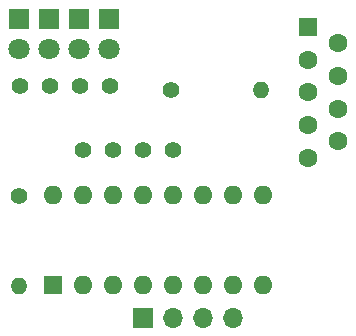
<source format=gbr>
%TF.GenerationSoftware,KiCad,Pcbnew,7.0.5*%
%TF.CreationDate,2024-09-27T00:58:09-04:00*%
%TF.ProjectId,74ls195_for_cnc,37346c73-3139-4355-9f66-6f725f636e63,rev?*%
%TF.SameCoordinates,Original*%
%TF.FileFunction,Copper,L1,Top*%
%TF.FilePolarity,Positive*%
%FSLAX46Y46*%
G04 Gerber Fmt 4.6, Leading zero omitted, Abs format (unit mm)*
G04 Created by KiCad (PCBNEW 7.0.5) date 2024-09-27 00:58:09*
%MOMM*%
%LPD*%
G01*
G04 APERTURE LIST*
G04 Aperture macros list*
%AMHorizOval*
0 Thick line with rounded ends*
0 $1 width*
0 $2 $3 position (X,Y) of the first rounded end (center of the circle)*
0 $4 $5 position (X,Y) of the second rounded end (center of the circle)*
0 Add line between two ends*
20,1,$1,$2,$3,$4,$5,0*
0 Add two circle primitives to create the rounded ends*
1,1,$1,$2,$3*
1,1,$1,$4,$5*%
G04 Aperture macros list end*
%TA.AperFunction,ComponentPad*%
%ADD10R,1.700000X1.700000*%
%TD*%
%TA.AperFunction,ComponentPad*%
%ADD11O,1.700000X1.700000*%
%TD*%
%TA.AperFunction,ComponentPad*%
%ADD12C,1.600000*%
%TD*%
%TA.AperFunction,ComponentPad*%
%ADD13R,1.600000X1.600000*%
%TD*%
%TA.AperFunction,ComponentPad*%
%ADD14R,1.800000X1.800000*%
%TD*%
%TA.AperFunction,ComponentPad*%
%ADD15C,1.800000*%
%TD*%
%TA.AperFunction,ComponentPad*%
%ADD16O,1.600000X1.600000*%
%TD*%
%TA.AperFunction,ComponentPad*%
%ADD17C,1.400000*%
%TD*%
%TA.AperFunction,ComponentPad*%
%ADD18HorizOval,1.400000X0.000000X0.000000X0.000000X0.000000X0*%
%TD*%
%TA.AperFunction,ComponentPad*%
%ADD19O,1.400000X1.400000*%
%TD*%
G04 APERTURE END LIST*
D10*
%TO.P,J1,1,Pin_1*%
%TO.N,/p0*%
X20095890Y11415297D03*
D11*
%TO.P,J1,2,Pin_2*%
%TO.N,/p1*%
X22635890Y11415297D03*
%TO.P,J1,3,Pin_3*%
%TO.N,/p2*%
X25175890Y11415297D03*
%TO.P,J1,4,Pin_4*%
%TO.N,/p3*%
X27715890Y11415297D03*
%TD*%
D12*
%TO.P,J2,9,9*%
%TO.N,/data_input*%
X36605890Y26365517D03*
%TO.P,J2,8,8*%
%TO.N,GND*%
X36605890Y29135517D03*
%TO.P,J2,7,7*%
%TO.N,+5V*%
X36605890Y31905517D03*
%TO.P,J2,6,6*%
%TO.N,/data_output*%
X36605890Y34675517D03*
%TO.P,J2,5,5*%
%TO.N,/reset*%
X34065890Y24980517D03*
%TO.P,J2,4,4*%
%TO.N,unconnected-(J2-Pad4)*%
X34065890Y27750517D03*
%TO.P,J2,3,3*%
%TO.N,unconnected-(J2-Pad3)*%
X34065890Y30520517D03*
%TO.P,J2,2,2*%
%TO.N,/parallel_load*%
X34065890Y33290517D03*
D13*
%TO.P,J2,1,1*%
%TO.N,/clock*%
X34065890Y36060517D03*
%TD*%
D14*
%TO.P,D1,1,K*%
%TO.N,GND*%
X9578299Y36740731D03*
D15*
%TO.P,D1,2,A*%
%TO.N,Net-(D1-A)*%
X9578299Y34200731D03*
%TD*%
D13*
%TO.P,U1,1,~{MR}*%
%TO.N,/reset*%
X12475890Y14240517D03*
D16*
%TO.P,U1,2,J*%
%TO.N,/data_input*%
X15015890Y14240517D03*
%TO.P,U1,3,~{K}*%
X17555890Y14240517D03*
%TO.P,U1,4,P0*%
%TO.N,/p0*%
X20095890Y14240517D03*
%TO.P,U1,5,P1*%
%TO.N,/p1*%
X22635890Y14240517D03*
%TO.P,U1,6,P2*%
%TO.N,/p2*%
X25175890Y14240517D03*
%TO.P,U1,7,P3*%
%TO.N,/p3*%
X27715890Y14240517D03*
%TO.P,U1,8,GND*%
%TO.N,GND*%
X30255890Y14240517D03*
%TO.P,U1,9,~{PE}*%
%TO.N,/parallel_load*%
X30255890Y21860517D03*
%TO.P,U1,10,CP*%
%TO.N,/clock*%
X27715890Y21860517D03*
%TO.P,U1,11,~{Q3}*%
%TO.N,unconnected-(U1-~{Q3}-Pad11)*%
X25175890Y21860517D03*
%TO.P,U1,12,Q3*%
%TO.N,/data_output*%
X22635890Y21860517D03*
%TO.P,U1,13,Q2*%
%TO.N,Net-(U1-Q2)*%
X20095890Y21860517D03*
%TO.P,U1,14,Q1*%
%TO.N,Net-(U1-Q1)*%
X17555890Y21860517D03*
%TO.P,U1,15,Q0*%
%TO.N,Net-(U1-Q0)*%
X15015890Y21860517D03*
%TO.P,U1,16,VCC*%
%TO.N,+5V*%
X12475890Y21860517D03*
%TD*%
D17*
%TO.P,R6,1*%
%TO.N,/data_output*%
X22635890Y25670517D03*
D18*
%TO.P,R6,2*%
%TO.N,Net-(D4-A)*%
X17247736Y31058671D03*
%TD*%
D17*
%TO.P,R5,1*%
%TO.N,Net-(U1-Q2)*%
X20095890Y25670517D03*
D18*
%TO.P,R5,2*%
%TO.N,Net-(D3-A)*%
X14707736Y31058671D03*
%TD*%
D17*
%TO.P,R4,1*%
%TO.N,Net-(U1-Q1)*%
X17555890Y25670517D03*
D18*
%TO.P,R4,2*%
%TO.N,Net-(D2-A)*%
X12167736Y31058671D03*
%TD*%
%TO.P,R3,2*%
%TO.N,Net-(D1-A)*%
X9627736Y31058671D03*
D17*
%TO.P,R3,1*%
%TO.N,Net-(U1-Q0)*%
X15015890Y25670517D03*
%TD*%
%TO.P,R2,1*%
%TO.N,+5V*%
X9601443Y21764099D03*
D19*
%TO.P,R2,2*%
%TO.N,/reset*%
X9601443Y14144099D03*
%TD*%
D17*
%TO.P,R1,1*%
%TO.N,+5V*%
X22411096Y30717463D03*
D19*
%TO.P,R1,2*%
%TO.N,/parallel_load*%
X30031096Y30717463D03*
%TD*%
D14*
%TO.P,D4,1,K*%
%TO.N,GND*%
X17198299Y36740731D03*
D15*
%TO.P,D4,2,A*%
%TO.N,Net-(D4-A)*%
X17198299Y34200731D03*
%TD*%
D14*
%TO.P,D3,1,K*%
%TO.N,GND*%
X14658299Y36740731D03*
D15*
%TO.P,D3,2,A*%
%TO.N,Net-(D3-A)*%
X14658299Y34200731D03*
%TD*%
D14*
%TO.P,D2,1,K*%
%TO.N,GND*%
X12118299Y36740731D03*
D15*
%TO.P,D2,2,A*%
%TO.N,Net-(D2-A)*%
X12118299Y34200731D03*
%TD*%
M02*

</source>
